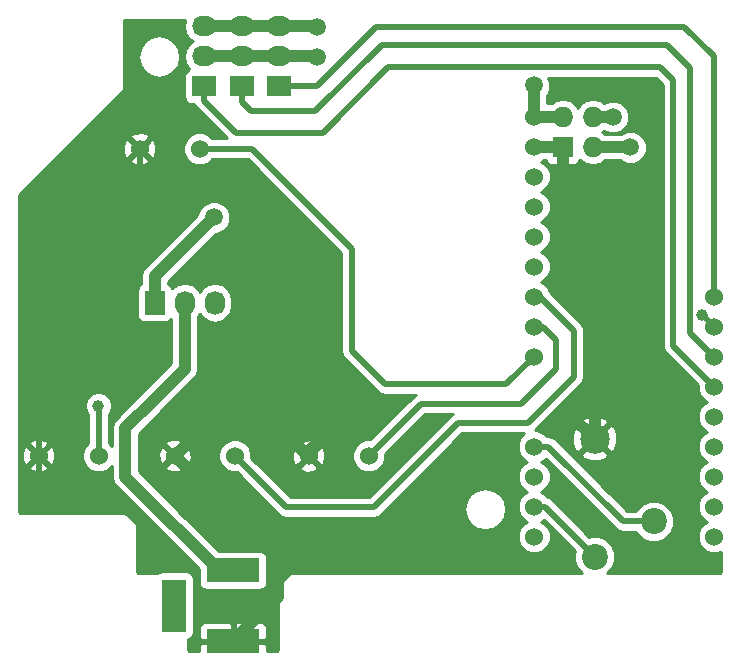
<source format=gbr>
G04 #@! TF.FileFunction,Copper,L2,Bot,Signal*
%FSLAX46Y46*%
G04 Gerber Fmt 4.6, Leading zero omitted, Abs format (unit mm)*
G04 Created by KiCad (PCBNEW (after 2015-may-01 BZR unknown)-product) date 2015/07/02 23:44:59*
%MOMM*%
G01*
G04 APERTURE LIST*
%ADD10C,0.100000*%
%ADD11C,1.524000*%
%ADD12R,1.727200X1.727200*%
%ADD13O,1.727200X1.727200*%
%ADD14R,2.000000X4.500000*%
%ADD15R,4.500000X2.000000*%
%ADD16R,1.727200X2.032000*%
%ADD17O,1.727200X2.032000*%
%ADD18C,2.200000*%
%ADD19C,2.500000*%
%ADD20R,2.032000X1.727200*%
%ADD21O,2.032000X1.727200*%
%ADD22C,1.000000*%
%ADD23C,1.500000*%
%ADD24C,0.500000*%
%ADD25C,1.000000*%
%ADD26C,0.254000*%
G04 APERTURE END LIST*
D10*
D11*
X140881100Y-89763600D03*
X140881100Y-92303600D03*
X140881100Y-94843600D03*
X140881100Y-97383600D03*
X140881100Y-99923600D03*
X140881100Y-102463600D03*
X140881100Y-125323600D03*
X140881100Y-122783600D03*
X140881100Y-120243600D03*
X140881100Y-117703600D03*
X140881100Y-110083600D03*
X140881100Y-107543600D03*
X140881100Y-105003600D03*
X156121100Y-105003600D03*
X156121100Y-107543600D03*
X156121100Y-110083600D03*
X156121100Y-112623600D03*
X156121100Y-115163600D03*
X156121100Y-117703600D03*
X156121100Y-120243600D03*
X156121100Y-122783600D03*
X156121100Y-125323600D03*
D12*
X143319500Y-92329000D03*
D13*
X143319500Y-89789000D03*
X145859500Y-92329000D03*
X145859500Y-89789000D03*
D14*
X110419740Y-131154320D03*
D15*
X115394740Y-134179320D03*
X115394740Y-128179320D03*
D16*
X108770420Y-105521760D03*
D17*
X111310420Y-105521760D03*
X113850420Y-105521760D03*
D18*
X151001100Y-124014100D03*
X146001100Y-127014100D03*
D19*
X146001100Y-117014100D03*
D20*
X119316500Y-87198200D03*
D21*
X119316500Y-84658200D03*
X119316500Y-82118200D03*
D20*
X116116100Y-87185500D03*
D21*
X116116100Y-84645500D03*
X116116100Y-82105500D03*
D20*
X112928400Y-87198200D03*
D21*
X112928400Y-84658200D03*
X112928400Y-82118200D03*
D11*
X98933000Y-118478300D03*
X104013000Y-118478300D03*
X110477300Y-118478300D03*
X115557300Y-118478300D03*
X121805700Y-118491000D03*
X126885700Y-118491000D03*
X107480100Y-92494100D03*
X112560100Y-92494100D03*
D22*
X108839000Y-120015000D03*
X105473500Y-121551700D03*
D23*
X143840200Y-114947700D03*
X125920500Y-113957100D03*
X113766600Y-98298000D03*
X140855700Y-87109300D03*
X122529600Y-82143600D03*
X149047200Y-92367100D03*
X122491500Y-84721700D03*
X147561300Y-89789000D03*
D22*
X155130500Y-106514900D03*
X103987600Y-114223800D03*
D24*
X98933000Y-118478300D02*
X98933000Y-120218200D01*
X108839000Y-120015000D02*
X110439200Y-118478300D01*
X100266500Y-121551700D02*
X105473500Y-121551700D01*
X98933000Y-120218200D02*
X100266500Y-121551700D01*
X110477300Y-118478300D02*
X110439200Y-118478300D01*
X110477300Y-118478300D02*
X110515400Y-118478300D01*
D25*
X110515400Y-118478300D02*
X119164100Y-127127000D01*
X119164100Y-127127000D02*
X119164100Y-130409960D01*
X119164100Y-130409960D02*
X115394740Y-134179320D01*
D24*
X121805700Y-118491000D02*
X121767600Y-118491000D01*
D25*
X121767600Y-118491000D02*
X119214900Y-115938300D01*
X119214900Y-115938300D02*
X113017300Y-115938300D01*
X113017300Y-115938300D02*
X110477300Y-118478300D01*
D24*
X98945700Y-118478300D02*
X98933000Y-118478300D01*
X107480100Y-92494100D02*
X107480100Y-98044000D01*
X98933000Y-106591100D02*
X98933000Y-118478300D01*
X107480100Y-98044000D02*
X98933000Y-106591100D01*
D25*
X143319500Y-92329000D02*
X143319500Y-99364800D01*
X143319500Y-99364800D02*
X146001100Y-102046400D01*
X146001100Y-102046400D02*
X146001100Y-117014100D01*
X143840200Y-114960400D02*
X146001100Y-117045100D01*
X121805700Y-118071900D02*
X125920500Y-113957100D01*
D24*
X146001100Y-117014100D02*
X146001100Y-117045100D01*
X121805700Y-118071900D02*
X121805700Y-118491000D01*
X143294100Y-92303600D02*
X143319500Y-92329000D01*
D25*
X111310420Y-105521760D02*
X111310420Y-111117380D01*
X108770420Y-113657380D02*
X106273600Y-116154200D01*
X106273600Y-116154200D02*
X106273600Y-120239280D01*
X106273600Y-120239280D02*
X114721640Y-128687320D01*
X111310420Y-111117380D02*
X108770420Y-113657380D01*
X108770420Y-103294180D02*
X111310420Y-100754180D01*
X108770420Y-103294180D02*
X108770420Y-105521760D01*
X111310420Y-100754180D02*
X113766600Y-98298000D01*
X140881100Y-89763600D02*
X140855700Y-87109300D01*
X140881100Y-89763600D02*
X143294100Y-89763600D01*
D24*
X143294100Y-89763600D02*
X143319500Y-89789000D01*
X140881100Y-117703600D02*
X142100300Y-117703600D01*
X148410800Y-124014100D02*
X151001100Y-124014100D01*
X142100300Y-117703600D02*
X148410800Y-124014100D01*
X140881100Y-122783600D02*
X141770600Y-122783600D01*
X141770600Y-122783600D02*
X146001100Y-127014100D01*
D25*
X140881100Y-92303600D02*
X143294100Y-92303600D01*
D24*
X119316500Y-87198200D02*
X122478800Y-87198200D01*
X156121100Y-84658200D02*
X156121100Y-105003600D01*
X153606500Y-82143600D02*
X156121100Y-84658200D01*
X127533400Y-82143600D02*
X153606500Y-82143600D01*
X122478800Y-87198200D02*
X127533400Y-82143600D01*
X116116100Y-87185500D02*
X116116100Y-88544400D01*
X154101800Y-108064300D02*
X156121100Y-110083600D01*
X154101800Y-85623400D02*
X154101800Y-108064300D01*
X152133300Y-83654900D02*
X154101800Y-85623400D01*
X127977900Y-83654900D02*
X152133300Y-83654900D01*
X122313700Y-89319100D02*
X127977900Y-83654900D01*
X116890800Y-89319100D02*
X122313700Y-89319100D01*
X116116100Y-88544400D02*
X116890800Y-89319100D01*
X112928400Y-87198200D02*
X112928400Y-88430100D01*
X152666700Y-109169200D02*
X156121100Y-112623600D01*
X152666700Y-86690200D02*
X152666700Y-109169200D01*
X151549100Y-85572600D02*
X152666700Y-86690200D01*
X128549400Y-85572600D02*
X151549100Y-85572600D01*
X123012200Y-91109800D02*
X128549400Y-85572600D01*
X115608100Y-91109800D02*
X123012200Y-91109800D01*
X112928400Y-88430100D02*
X115608100Y-91109800D01*
D25*
X119316500Y-82118200D02*
X122504200Y-82118200D01*
X122504200Y-82118200D02*
X122529600Y-82143600D01*
X149047200Y-92367100D02*
X149009100Y-92329000D01*
X149009100Y-92329000D02*
X145859500Y-92329000D01*
X112928400Y-82118200D02*
X119316500Y-82118200D01*
X119316500Y-84658200D02*
X122428000Y-84658200D01*
X122428000Y-84658200D02*
X122491500Y-84721700D01*
X147561300Y-89789000D02*
X145859500Y-89789000D01*
X112928400Y-84658200D02*
X119316500Y-84658200D01*
D24*
X156121100Y-107543600D02*
X156121100Y-107505500D01*
X156121100Y-107505500D02*
X155130500Y-106514900D01*
X104013000Y-114249200D02*
X104013000Y-118478300D01*
X103987600Y-114223800D02*
X104013000Y-114249200D01*
X140881100Y-105003600D02*
X141376400Y-105003600D01*
X141376400Y-105003600D02*
X144246600Y-107873800D01*
X144246600Y-107873800D02*
X144246600Y-111785400D01*
X144246600Y-111785400D02*
X140347700Y-115684300D01*
X140347700Y-115684300D02*
X134454900Y-115684300D01*
X134454900Y-115684300D02*
X127304800Y-122834400D01*
X127304800Y-122834400D02*
X119913400Y-122834400D01*
X119913400Y-122834400D02*
X115557300Y-118478300D01*
X140881100Y-107543600D02*
X141605000Y-107543600D01*
X141605000Y-107543600D02*
X142722600Y-108661200D01*
X142722600Y-108661200D02*
X142722600Y-111099600D01*
X142722600Y-111099600D02*
X139750800Y-114071400D01*
X139750800Y-114071400D02*
X131305300Y-114071400D01*
X131305300Y-114071400D02*
X126885700Y-118491000D01*
X112560100Y-92494100D02*
X116992400Y-92494100D01*
X138531600Y-112433100D02*
X140881100Y-110083600D01*
X128282700Y-112433100D02*
X138531600Y-112433100D01*
X125463300Y-109613700D02*
X128282700Y-112433100D01*
X125463300Y-100965000D02*
X125463300Y-109613700D01*
X116992400Y-92494100D02*
X125463300Y-100965000D01*
D26*
G36*
X144974388Y-128441400D02*
X138545700Y-128441400D01*
X138545700Y-122996400D01*
X138409825Y-122313310D01*
X138022886Y-121734214D01*
X137443790Y-121347275D01*
X136760700Y-121211400D01*
X136077610Y-121347275D01*
X135498514Y-121734214D01*
X135111575Y-122313310D01*
X134975700Y-122996400D01*
X135111575Y-123679490D01*
X135498514Y-124258586D01*
X136077610Y-124645525D01*
X136760700Y-124781400D01*
X137443790Y-124645525D01*
X138022886Y-124258586D01*
X138409825Y-123679490D01*
X138545700Y-122996400D01*
X138545700Y-128441400D01*
X120410700Y-128441400D01*
X120148562Y-128493543D01*
X119926332Y-128642032D01*
X119426332Y-129142032D01*
X119277843Y-129364262D01*
X119225700Y-129626400D01*
X119225700Y-134912664D01*
X119126964Y-135011400D01*
X118292180Y-135011400D01*
X118292180Y-129179320D01*
X118292180Y-127179320D01*
X118245203Y-126937197D01*
X118105413Y-126724393D01*
X117894380Y-126581943D01*
X117644740Y-126531880D01*
X114171332Y-126531880D01*
X111886444Y-124246992D01*
X111886444Y-118685998D01*
X111858662Y-118130932D01*
X111699697Y-117747157D01*
X111457513Y-117677692D01*
X111277908Y-117857297D01*
X111277908Y-117498087D01*
X111208443Y-117255903D01*
X110684998Y-117069156D01*
X110129932Y-117096938D01*
X109746157Y-117255903D01*
X109676692Y-117498087D01*
X110477300Y-118298695D01*
X111277908Y-117498087D01*
X111277908Y-117857297D01*
X110656905Y-118478300D01*
X111457513Y-119278908D01*
X111699697Y-119209443D01*
X111886444Y-118685998D01*
X111886444Y-124246992D01*
X111277908Y-123638456D01*
X111277908Y-119458513D01*
X110477300Y-118657905D01*
X110297695Y-118837510D01*
X110297695Y-118478300D01*
X109497087Y-117677692D01*
X109254903Y-117747157D01*
X109068156Y-118270602D01*
X109095938Y-118825668D01*
X109254903Y-119209443D01*
X109497087Y-119278908D01*
X110297695Y-118478300D01*
X110297695Y-118837510D01*
X109676692Y-119458513D01*
X109746157Y-119700697D01*
X110269602Y-119887444D01*
X110824668Y-119859662D01*
X111208443Y-119700697D01*
X111277908Y-119458513D01*
X111277908Y-123638456D01*
X107408600Y-119769148D01*
X107408600Y-116624332D01*
X109572986Y-114459946D01*
X112112986Y-111919947D01*
X112112986Y-111919946D01*
X112359023Y-111551726D01*
X112445419Y-111117380D01*
X112445420Y-111117380D01*
X112445420Y-106653435D01*
X112580420Y-106451394D01*
X112790750Y-106766175D01*
X113276931Y-107091031D01*
X113850420Y-107205105D01*
X114423909Y-107091031D01*
X114910090Y-106766175D01*
X115234946Y-106279994D01*
X115349020Y-105706505D01*
X115349020Y-105337015D01*
X115234946Y-104763526D01*
X114910090Y-104277345D01*
X114423909Y-103952489D01*
X113850420Y-103838415D01*
X113276931Y-103952489D01*
X112790750Y-104277345D01*
X112580420Y-104592125D01*
X112370090Y-104277345D01*
X111883909Y-103952489D01*
X111310420Y-103838415D01*
X110736931Y-103952489D01*
X110250750Y-104277345D01*
X110240204Y-104293127D01*
X110234483Y-104263637D01*
X110094693Y-104050833D01*
X109905420Y-103923071D01*
X109905420Y-103764312D01*
X112112986Y-101556747D01*
X112112986Y-101556746D01*
X112112988Y-101556743D01*
X113986539Y-99683192D01*
X114040885Y-99683240D01*
X114550115Y-99472831D01*
X114940061Y-99083564D01*
X115151359Y-98574702D01*
X115151840Y-98023715D01*
X114941431Y-97514485D01*
X114552164Y-97124539D01*
X114043302Y-96913241D01*
X113492315Y-96912760D01*
X112983085Y-97123169D01*
X112593139Y-97512436D01*
X112381841Y-98021298D01*
X112381791Y-98077676D01*
X110925700Y-99533767D01*
X110925700Y-84676400D01*
X110789825Y-83993310D01*
X110402886Y-83414214D01*
X109823790Y-83027275D01*
X109140700Y-82891400D01*
X108457610Y-83027275D01*
X107878514Y-83414214D01*
X107491575Y-83993310D01*
X107355700Y-84676400D01*
X107491575Y-85359490D01*
X107878514Y-85938586D01*
X108457610Y-86325525D01*
X109140700Y-86461400D01*
X109823790Y-86325525D01*
X110402886Y-85938586D01*
X110789825Y-85359490D01*
X110925700Y-84676400D01*
X110925700Y-99533767D01*
X110507856Y-99951611D01*
X110507853Y-99951614D01*
X108889244Y-101570223D01*
X108889244Y-92701798D01*
X108861462Y-92146732D01*
X108702497Y-91762957D01*
X108460313Y-91693492D01*
X108280708Y-91873097D01*
X108280708Y-91513887D01*
X108211243Y-91271703D01*
X107687798Y-91084956D01*
X107132732Y-91112738D01*
X106748957Y-91271703D01*
X106679492Y-91513887D01*
X107480100Y-92314495D01*
X108280708Y-91513887D01*
X108280708Y-91873097D01*
X107659705Y-92494100D01*
X108460313Y-93294708D01*
X108702497Y-93225243D01*
X108889244Y-92701798D01*
X108889244Y-101570223D01*
X108280708Y-102178759D01*
X108280708Y-93474313D01*
X107480100Y-92673705D01*
X107300495Y-92853310D01*
X107300495Y-92494100D01*
X106499887Y-91693492D01*
X106257703Y-91762957D01*
X106070956Y-92286402D01*
X106098738Y-92841468D01*
X106257703Y-93225243D01*
X106499887Y-93294708D01*
X107300495Y-92494100D01*
X107300495Y-92853310D01*
X106679492Y-93474313D01*
X106748957Y-93716497D01*
X107272402Y-93903244D01*
X107827468Y-93875462D01*
X108211243Y-93716497D01*
X108280708Y-93474313D01*
X108280708Y-102178759D01*
X107967854Y-102491614D01*
X107721817Y-102859834D01*
X107635420Y-103294180D01*
X107635420Y-103924528D01*
X107451893Y-104045087D01*
X107309443Y-104256120D01*
X107259380Y-104505760D01*
X107259380Y-106537760D01*
X107306357Y-106779883D01*
X107446147Y-106992687D01*
X107657180Y-107135137D01*
X107906820Y-107185200D01*
X109634020Y-107185200D01*
X109876143Y-107138223D01*
X110088947Y-106998433D01*
X110175420Y-106870327D01*
X110175420Y-110647247D01*
X107967854Y-112854814D01*
X105471034Y-115351634D01*
X105224997Y-115719854D01*
X105138600Y-116154200D01*
X105138600Y-117628483D01*
X104898000Y-117387462D01*
X104898000Y-114918720D01*
X104949245Y-114867565D01*
X105122403Y-114450556D01*
X105122797Y-113999025D01*
X104950367Y-113581714D01*
X104631365Y-113262155D01*
X104214356Y-113088997D01*
X103762825Y-113088603D01*
X103345514Y-113261033D01*
X103025955Y-113580035D01*
X102852797Y-113997044D01*
X102852403Y-114448575D01*
X103024833Y-114865886D01*
X103128000Y-114969233D01*
X103128000Y-117387821D01*
X102829371Y-117685930D01*
X102616243Y-118199200D01*
X102615758Y-118754961D01*
X102827990Y-119268603D01*
X103220630Y-119661929D01*
X103733900Y-119875057D01*
X104289661Y-119875542D01*
X104803303Y-119663310D01*
X105138600Y-119328597D01*
X105138600Y-120239280D01*
X105224997Y-120673626D01*
X105471034Y-121041846D01*
X112497300Y-128068112D01*
X112497300Y-129179320D01*
X112544277Y-129421443D01*
X112684067Y-129634247D01*
X112895100Y-129776697D01*
X113144740Y-129826760D01*
X117644740Y-129826760D01*
X117886863Y-129779783D01*
X118099667Y-129639993D01*
X118242117Y-129428960D01*
X118292180Y-129179320D01*
X118292180Y-135011400D01*
X118279740Y-135011400D01*
X118279740Y-134465070D01*
X118279740Y-133893570D01*
X118279740Y-133053011D01*
X118183067Y-132819622D01*
X118004439Y-132640993D01*
X117771050Y-132544320D01*
X117518431Y-132544320D01*
X115680490Y-132544320D01*
X115521740Y-132703070D01*
X115521740Y-134052320D01*
X118120990Y-134052320D01*
X118279740Y-133893570D01*
X118279740Y-134465070D01*
X118120990Y-134306320D01*
X115521740Y-134306320D01*
X115521740Y-134326320D01*
X115267740Y-134326320D01*
X115267740Y-134306320D01*
X115267740Y-134052320D01*
X115267740Y-132703070D01*
X115108990Y-132544320D01*
X113271049Y-132544320D01*
X113018430Y-132544320D01*
X112785041Y-132640993D01*
X112606413Y-132819622D01*
X112509740Y-133053011D01*
X112509740Y-133893570D01*
X112668490Y-134052320D01*
X115267740Y-134052320D01*
X115267740Y-134306320D01*
X112668490Y-134306320D01*
X112509740Y-134465070D01*
X112509740Y-135011400D01*
X111694436Y-135011400D01*
X111595700Y-134912664D01*
X111595700Y-134017620D01*
X111661863Y-134004783D01*
X111874667Y-133864993D01*
X112017117Y-133653960D01*
X112067180Y-133404320D01*
X112067180Y-128904320D01*
X112020203Y-128662197D01*
X111880413Y-128449393D01*
X111669380Y-128306943D01*
X111419740Y-128256880D01*
X109419740Y-128256880D01*
X109177617Y-128303857D01*
X108968233Y-128441400D01*
X107384436Y-128441400D01*
X107285700Y-128342664D01*
X107285700Y-124546400D01*
X107233557Y-124284262D01*
X107085068Y-124062032D01*
X106585068Y-123562032D01*
X106362838Y-123413543D01*
X106100700Y-123361400D01*
X100342144Y-123361400D01*
X100342144Y-118685998D01*
X100314362Y-118130932D01*
X100155397Y-117747157D01*
X99913213Y-117677692D01*
X99733608Y-117857297D01*
X99733608Y-117498087D01*
X99664143Y-117255903D01*
X99140698Y-117069156D01*
X98585632Y-117096938D01*
X98201857Y-117255903D01*
X98132392Y-117498087D01*
X98933000Y-118298695D01*
X99733608Y-117498087D01*
X99733608Y-117857297D01*
X99112605Y-118478300D01*
X99913213Y-119278908D01*
X100155397Y-119209443D01*
X100342144Y-118685998D01*
X100342144Y-123361400D01*
X99733608Y-123361400D01*
X99733608Y-119458513D01*
X98933000Y-118657905D01*
X98753395Y-118837510D01*
X98753395Y-118478300D01*
X97952787Y-117677692D01*
X97710603Y-117747157D01*
X97523856Y-118270602D01*
X97551638Y-118825668D01*
X97710603Y-119209443D01*
X97952787Y-119278908D01*
X98753395Y-118478300D01*
X98753395Y-118837510D01*
X98132392Y-119458513D01*
X98201857Y-119700697D01*
X98725302Y-119887444D01*
X99280368Y-119859662D01*
X99664143Y-119700697D01*
X99733608Y-119458513D01*
X99733608Y-123361400D01*
X97384436Y-123361400D01*
X97285700Y-123262664D01*
X97285700Y-96390136D01*
X105975068Y-87700768D01*
X106123557Y-87478538D01*
X106175700Y-87216400D01*
X106175700Y-81550980D01*
X111357882Y-81550980D01*
X111245055Y-82118200D01*
X111359129Y-82691689D01*
X111683985Y-83177870D01*
X111998765Y-83388200D01*
X111683985Y-83598530D01*
X111359129Y-84084711D01*
X111245055Y-84658200D01*
X111359129Y-85231689D01*
X111683985Y-85717870D01*
X111699767Y-85728415D01*
X111670277Y-85734137D01*
X111457473Y-85873927D01*
X111315023Y-86084960D01*
X111264960Y-86334600D01*
X111264960Y-88061800D01*
X111311937Y-88303923D01*
X111451727Y-88516727D01*
X111662760Y-88659177D01*
X111912400Y-88709240D01*
X112098924Y-88709240D01*
X112099589Y-88712584D01*
X112110767Y-88768775D01*
X112302610Y-89055890D01*
X114855820Y-91609100D01*
X113650578Y-91609100D01*
X113352470Y-91310471D01*
X112839200Y-91097343D01*
X112283439Y-91096858D01*
X111769797Y-91309090D01*
X111376471Y-91701730D01*
X111163343Y-92215000D01*
X111162858Y-92770761D01*
X111375090Y-93284403D01*
X111767730Y-93677729D01*
X112281000Y-93890857D01*
X112836761Y-93891342D01*
X113350403Y-93679110D01*
X113650937Y-93379100D01*
X116625820Y-93379100D01*
X124578300Y-101331579D01*
X124578300Y-109613694D01*
X124578299Y-109613700D01*
X124634489Y-109896184D01*
X124645667Y-109952375D01*
X124837510Y-110239490D01*
X127656907Y-113058886D01*
X127656910Y-113058890D01*
X127656911Y-113058890D01*
X127944025Y-113250733D01*
X127944026Y-113250733D01*
X128000215Y-113261910D01*
X128282700Y-113318101D01*
X128282700Y-113318100D01*
X128282705Y-113318100D01*
X130870343Y-113318100D01*
X130679510Y-113445610D01*
X130679507Y-113445613D01*
X127030993Y-117094126D01*
X126609039Y-117093758D01*
X126095397Y-117305990D01*
X125702071Y-117698630D01*
X125488943Y-118211900D01*
X125488458Y-118767661D01*
X125700690Y-119281303D01*
X126093330Y-119674629D01*
X126606600Y-119887757D01*
X127162361Y-119888242D01*
X127676003Y-119676010D01*
X128069329Y-119283370D01*
X128282457Y-118770100D01*
X128282827Y-118345452D01*
X131671879Y-114956400D01*
X133981929Y-114956400D01*
X133829110Y-115058510D01*
X133829107Y-115058513D01*
X126938220Y-121949400D01*
X123214844Y-121949400D01*
X123214844Y-118698698D01*
X123187062Y-118143632D01*
X123028097Y-117759857D01*
X122785913Y-117690392D01*
X122606308Y-117869997D01*
X122606308Y-117510787D01*
X122536843Y-117268603D01*
X122013398Y-117081856D01*
X121458332Y-117109638D01*
X121074557Y-117268603D01*
X121005092Y-117510787D01*
X121805700Y-118311395D01*
X122606308Y-117510787D01*
X122606308Y-117869997D01*
X121985305Y-118491000D01*
X122785913Y-119291608D01*
X123028097Y-119222143D01*
X123214844Y-118698698D01*
X123214844Y-121949400D01*
X122606308Y-121949400D01*
X122606308Y-119471213D01*
X121805700Y-118670605D01*
X121626095Y-118850210D01*
X121626095Y-118491000D01*
X120825487Y-117690392D01*
X120583303Y-117759857D01*
X120396556Y-118283302D01*
X120424338Y-118838368D01*
X120583303Y-119222143D01*
X120825487Y-119291608D01*
X121626095Y-118491000D01*
X121626095Y-118850210D01*
X121005092Y-119471213D01*
X121074557Y-119713397D01*
X121598002Y-119900144D01*
X122153068Y-119872362D01*
X122536843Y-119713397D01*
X122606308Y-119471213D01*
X122606308Y-121949400D01*
X120279979Y-121949400D01*
X116954173Y-118623593D01*
X116954542Y-118201639D01*
X116742310Y-117687997D01*
X116349670Y-117294671D01*
X115836400Y-117081543D01*
X115280639Y-117081058D01*
X114766997Y-117293290D01*
X114373671Y-117685930D01*
X114160543Y-118199200D01*
X114160058Y-118754961D01*
X114372290Y-119268603D01*
X114764930Y-119661929D01*
X115278200Y-119875057D01*
X115702847Y-119875427D01*
X119287607Y-123460186D01*
X119287610Y-123460190D01*
X119287611Y-123460190D01*
X119574725Y-123652033D01*
X119574726Y-123652033D01*
X119630915Y-123663210D01*
X119913400Y-123719401D01*
X119913400Y-123719400D01*
X119913405Y-123719400D01*
X127304794Y-123719400D01*
X127304800Y-123719401D01*
X127304800Y-123719400D01*
X127587284Y-123663210D01*
X127643474Y-123652033D01*
X127643475Y-123652033D01*
X127930590Y-123460190D01*
X134821479Y-116569300D01*
X140039998Y-116569300D01*
X139697471Y-116911230D01*
X139484343Y-117424500D01*
X139483858Y-117980261D01*
X139696090Y-118493903D01*
X140088730Y-118887229D01*
X140296612Y-118973549D01*
X140090797Y-119058590D01*
X139697471Y-119451230D01*
X139484343Y-119964500D01*
X139483858Y-120520261D01*
X139696090Y-121033903D01*
X140088730Y-121427229D01*
X140296612Y-121513549D01*
X140090797Y-121598590D01*
X139697471Y-121991230D01*
X139484343Y-122504500D01*
X139483858Y-123060261D01*
X139696090Y-123573903D01*
X140088730Y-123967229D01*
X140296612Y-124053549D01*
X140090797Y-124138590D01*
X139697471Y-124531230D01*
X139484343Y-125044500D01*
X139483858Y-125600261D01*
X139696090Y-126113903D01*
X140088730Y-126507229D01*
X140602000Y-126720357D01*
X141157761Y-126720842D01*
X141671403Y-126508610D01*
X142064729Y-126115970D01*
X142277857Y-125602700D01*
X142278342Y-125046939D01*
X142066110Y-124533297D01*
X141673470Y-124139971D01*
X141465587Y-124053650D01*
X141671403Y-123968610D01*
X141687730Y-123952310D01*
X144306448Y-126571027D01*
X144266401Y-126667473D01*
X144265799Y-127357699D01*
X144529381Y-127995615D01*
X144974388Y-128441400D01*
X144974388Y-128441400D01*
G37*
X144974388Y-128441400D02*
X138545700Y-128441400D01*
X138545700Y-122996400D01*
X138409825Y-122313310D01*
X138022886Y-121734214D01*
X137443790Y-121347275D01*
X136760700Y-121211400D01*
X136077610Y-121347275D01*
X135498514Y-121734214D01*
X135111575Y-122313310D01*
X134975700Y-122996400D01*
X135111575Y-123679490D01*
X135498514Y-124258586D01*
X136077610Y-124645525D01*
X136760700Y-124781400D01*
X137443790Y-124645525D01*
X138022886Y-124258586D01*
X138409825Y-123679490D01*
X138545700Y-122996400D01*
X138545700Y-128441400D01*
X120410700Y-128441400D01*
X120148562Y-128493543D01*
X119926332Y-128642032D01*
X119426332Y-129142032D01*
X119277843Y-129364262D01*
X119225700Y-129626400D01*
X119225700Y-134912664D01*
X119126964Y-135011400D01*
X118292180Y-135011400D01*
X118292180Y-129179320D01*
X118292180Y-127179320D01*
X118245203Y-126937197D01*
X118105413Y-126724393D01*
X117894380Y-126581943D01*
X117644740Y-126531880D01*
X114171332Y-126531880D01*
X111886444Y-124246992D01*
X111886444Y-118685998D01*
X111858662Y-118130932D01*
X111699697Y-117747157D01*
X111457513Y-117677692D01*
X111277908Y-117857297D01*
X111277908Y-117498087D01*
X111208443Y-117255903D01*
X110684998Y-117069156D01*
X110129932Y-117096938D01*
X109746157Y-117255903D01*
X109676692Y-117498087D01*
X110477300Y-118298695D01*
X111277908Y-117498087D01*
X111277908Y-117857297D01*
X110656905Y-118478300D01*
X111457513Y-119278908D01*
X111699697Y-119209443D01*
X111886444Y-118685998D01*
X111886444Y-124246992D01*
X111277908Y-123638456D01*
X111277908Y-119458513D01*
X110477300Y-118657905D01*
X110297695Y-118837510D01*
X110297695Y-118478300D01*
X109497087Y-117677692D01*
X109254903Y-117747157D01*
X109068156Y-118270602D01*
X109095938Y-118825668D01*
X109254903Y-119209443D01*
X109497087Y-119278908D01*
X110297695Y-118478300D01*
X110297695Y-118837510D01*
X109676692Y-119458513D01*
X109746157Y-119700697D01*
X110269602Y-119887444D01*
X110824668Y-119859662D01*
X111208443Y-119700697D01*
X111277908Y-119458513D01*
X111277908Y-123638456D01*
X107408600Y-119769148D01*
X107408600Y-116624332D01*
X109572986Y-114459946D01*
X112112986Y-111919947D01*
X112112986Y-111919946D01*
X112359023Y-111551726D01*
X112445419Y-111117380D01*
X112445420Y-111117380D01*
X112445420Y-106653435D01*
X112580420Y-106451394D01*
X112790750Y-106766175D01*
X113276931Y-107091031D01*
X113850420Y-107205105D01*
X114423909Y-107091031D01*
X114910090Y-106766175D01*
X115234946Y-106279994D01*
X115349020Y-105706505D01*
X115349020Y-105337015D01*
X115234946Y-104763526D01*
X114910090Y-104277345D01*
X114423909Y-103952489D01*
X113850420Y-103838415D01*
X113276931Y-103952489D01*
X112790750Y-104277345D01*
X112580420Y-104592125D01*
X112370090Y-104277345D01*
X111883909Y-103952489D01*
X111310420Y-103838415D01*
X110736931Y-103952489D01*
X110250750Y-104277345D01*
X110240204Y-104293127D01*
X110234483Y-104263637D01*
X110094693Y-104050833D01*
X109905420Y-103923071D01*
X109905420Y-103764312D01*
X112112986Y-101556747D01*
X112112986Y-101556746D01*
X112112988Y-101556743D01*
X113986539Y-99683192D01*
X114040885Y-99683240D01*
X114550115Y-99472831D01*
X114940061Y-99083564D01*
X115151359Y-98574702D01*
X115151840Y-98023715D01*
X114941431Y-97514485D01*
X114552164Y-97124539D01*
X114043302Y-96913241D01*
X113492315Y-96912760D01*
X112983085Y-97123169D01*
X112593139Y-97512436D01*
X112381841Y-98021298D01*
X112381791Y-98077676D01*
X110925700Y-99533767D01*
X110925700Y-84676400D01*
X110789825Y-83993310D01*
X110402886Y-83414214D01*
X109823790Y-83027275D01*
X109140700Y-82891400D01*
X108457610Y-83027275D01*
X107878514Y-83414214D01*
X107491575Y-83993310D01*
X107355700Y-84676400D01*
X107491575Y-85359490D01*
X107878514Y-85938586D01*
X108457610Y-86325525D01*
X109140700Y-86461400D01*
X109823790Y-86325525D01*
X110402886Y-85938586D01*
X110789825Y-85359490D01*
X110925700Y-84676400D01*
X110925700Y-99533767D01*
X110507856Y-99951611D01*
X110507853Y-99951614D01*
X108889244Y-101570223D01*
X108889244Y-92701798D01*
X108861462Y-92146732D01*
X108702497Y-91762957D01*
X108460313Y-91693492D01*
X108280708Y-91873097D01*
X108280708Y-91513887D01*
X108211243Y-91271703D01*
X107687798Y-91084956D01*
X107132732Y-91112738D01*
X106748957Y-91271703D01*
X106679492Y-91513887D01*
X107480100Y-92314495D01*
X108280708Y-91513887D01*
X108280708Y-91873097D01*
X107659705Y-92494100D01*
X108460313Y-93294708D01*
X108702497Y-93225243D01*
X108889244Y-92701798D01*
X108889244Y-101570223D01*
X108280708Y-102178759D01*
X108280708Y-93474313D01*
X107480100Y-92673705D01*
X107300495Y-92853310D01*
X107300495Y-92494100D01*
X106499887Y-91693492D01*
X106257703Y-91762957D01*
X106070956Y-92286402D01*
X106098738Y-92841468D01*
X106257703Y-93225243D01*
X106499887Y-93294708D01*
X107300495Y-92494100D01*
X107300495Y-92853310D01*
X106679492Y-93474313D01*
X106748957Y-93716497D01*
X107272402Y-93903244D01*
X107827468Y-93875462D01*
X108211243Y-93716497D01*
X108280708Y-93474313D01*
X108280708Y-102178759D01*
X107967854Y-102491614D01*
X107721817Y-102859834D01*
X107635420Y-103294180D01*
X107635420Y-103924528D01*
X107451893Y-104045087D01*
X107309443Y-104256120D01*
X107259380Y-104505760D01*
X107259380Y-106537760D01*
X107306357Y-106779883D01*
X107446147Y-106992687D01*
X107657180Y-107135137D01*
X107906820Y-107185200D01*
X109634020Y-107185200D01*
X109876143Y-107138223D01*
X110088947Y-106998433D01*
X110175420Y-106870327D01*
X110175420Y-110647247D01*
X107967854Y-112854814D01*
X105471034Y-115351634D01*
X105224997Y-115719854D01*
X105138600Y-116154200D01*
X105138600Y-117628483D01*
X104898000Y-117387462D01*
X104898000Y-114918720D01*
X104949245Y-114867565D01*
X105122403Y-114450556D01*
X105122797Y-113999025D01*
X104950367Y-113581714D01*
X104631365Y-113262155D01*
X104214356Y-113088997D01*
X103762825Y-113088603D01*
X103345514Y-113261033D01*
X103025955Y-113580035D01*
X102852797Y-113997044D01*
X102852403Y-114448575D01*
X103024833Y-114865886D01*
X103128000Y-114969233D01*
X103128000Y-117387821D01*
X102829371Y-117685930D01*
X102616243Y-118199200D01*
X102615758Y-118754961D01*
X102827990Y-119268603D01*
X103220630Y-119661929D01*
X103733900Y-119875057D01*
X104289661Y-119875542D01*
X104803303Y-119663310D01*
X105138600Y-119328597D01*
X105138600Y-120239280D01*
X105224997Y-120673626D01*
X105471034Y-121041846D01*
X112497300Y-128068112D01*
X112497300Y-129179320D01*
X112544277Y-129421443D01*
X112684067Y-129634247D01*
X112895100Y-129776697D01*
X113144740Y-129826760D01*
X117644740Y-129826760D01*
X117886863Y-129779783D01*
X118099667Y-129639993D01*
X118242117Y-129428960D01*
X118292180Y-129179320D01*
X118292180Y-135011400D01*
X118279740Y-135011400D01*
X118279740Y-134465070D01*
X118279740Y-133893570D01*
X118279740Y-133053011D01*
X118183067Y-132819622D01*
X118004439Y-132640993D01*
X117771050Y-132544320D01*
X117518431Y-132544320D01*
X115680490Y-132544320D01*
X115521740Y-132703070D01*
X115521740Y-134052320D01*
X118120990Y-134052320D01*
X118279740Y-133893570D01*
X118279740Y-134465070D01*
X118120990Y-134306320D01*
X115521740Y-134306320D01*
X115521740Y-134326320D01*
X115267740Y-134326320D01*
X115267740Y-134306320D01*
X115267740Y-134052320D01*
X115267740Y-132703070D01*
X115108990Y-132544320D01*
X113271049Y-132544320D01*
X113018430Y-132544320D01*
X112785041Y-132640993D01*
X112606413Y-132819622D01*
X112509740Y-133053011D01*
X112509740Y-133893570D01*
X112668490Y-134052320D01*
X115267740Y-134052320D01*
X115267740Y-134306320D01*
X112668490Y-134306320D01*
X112509740Y-134465070D01*
X112509740Y-135011400D01*
X111694436Y-135011400D01*
X111595700Y-134912664D01*
X111595700Y-134017620D01*
X111661863Y-134004783D01*
X111874667Y-133864993D01*
X112017117Y-133653960D01*
X112067180Y-133404320D01*
X112067180Y-128904320D01*
X112020203Y-128662197D01*
X111880413Y-128449393D01*
X111669380Y-128306943D01*
X111419740Y-128256880D01*
X109419740Y-128256880D01*
X109177617Y-128303857D01*
X108968233Y-128441400D01*
X107384436Y-128441400D01*
X107285700Y-128342664D01*
X107285700Y-124546400D01*
X107233557Y-124284262D01*
X107085068Y-124062032D01*
X106585068Y-123562032D01*
X106362838Y-123413543D01*
X106100700Y-123361400D01*
X100342144Y-123361400D01*
X100342144Y-118685998D01*
X100314362Y-118130932D01*
X100155397Y-117747157D01*
X99913213Y-117677692D01*
X99733608Y-117857297D01*
X99733608Y-117498087D01*
X99664143Y-117255903D01*
X99140698Y-117069156D01*
X98585632Y-117096938D01*
X98201857Y-117255903D01*
X98132392Y-117498087D01*
X98933000Y-118298695D01*
X99733608Y-117498087D01*
X99733608Y-117857297D01*
X99112605Y-118478300D01*
X99913213Y-119278908D01*
X100155397Y-119209443D01*
X100342144Y-118685998D01*
X100342144Y-123361400D01*
X99733608Y-123361400D01*
X99733608Y-119458513D01*
X98933000Y-118657905D01*
X98753395Y-118837510D01*
X98753395Y-118478300D01*
X97952787Y-117677692D01*
X97710603Y-117747157D01*
X97523856Y-118270602D01*
X97551638Y-118825668D01*
X97710603Y-119209443D01*
X97952787Y-119278908D01*
X98753395Y-118478300D01*
X98753395Y-118837510D01*
X98132392Y-119458513D01*
X98201857Y-119700697D01*
X98725302Y-119887444D01*
X99280368Y-119859662D01*
X99664143Y-119700697D01*
X99733608Y-119458513D01*
X99733608Y-123361400D01*
X97384436Y-123361400D01*
X97285700Y-123262664D01*
X97285700Y-96390136D01*
X105975068Y-87700768D01*
X106123557Y-87478538D01*
X106175700Y-87216400D01*
X106175700Y-81550980D01*
X111357882Y-81550980D01*
X111245055Y-82118200D01*
X111359129Y-82691689D01*
X111683985Y-83177870D01*
X111998765Y-83388200D01*
X111683985Y-83598530D01*
X111359129Y-84084711D01*
X111245055Y-84658200D01*
X111359129Y-85231689D01*
X111683985Y-85717870D01*
X111699767Y-85728415D01*
X111670277Y-85734137D01*
X111457473Y-85873927D01*
X111315023Y-86084960D01*
X111264960Y-86334600D01*
X111264960Y-88061800D01*
X111311937Y-88303923D01*
X111451727Y-88516727D01*
X111662760Y-88659177D01*
X111912400Y-88709240D01*
X112098924Y-88709240D01*
X112099589Y-88712584D01*
X112110767Y-88768775D01*
X112302610Y-89055890D01*
X114855820Y-91609100D01*
X113650578Y-91609100D01*
X113352470Y-91310471D01*
X112839200Y-91097343D01*
X112283439Y-91096858D01*
X111769797Y-91309090D01*
X111376471Y-91701730D01*
X111163343Y-92215000D01*
X111162858Y-92770761D01*
X111375090Y-93284403D01*
X111767730Y-93677729D01*
X112281000Y-93890857D01*
X112836761Y-93891342D01*
X113350403Y-93679110D01*
X113650937Y-93379100D01*
X116625820Y-93379100D01*
X124578300Y-101331579D01*
X124578300Y-109613694D01*
X124578299Y-109613700D01*
X124634489Y-109896184D01*
X124645667Y-109952375D01*
X124837510Y-110239490D01*
X127656907Y-113058886D01*
X127656910Y-113058890D01*
X127656911Y-113058890D01*
X127944025Y-113250733D01*
X127944026Y-113250733D01*
X128000215Y-113261910D01*
X128282700Y-113318101D01*
X128282700Y-113318100D01*
X128282705Y-113318100D01*
X130870343Y-113318100D01*
X130679510Y-113445610D01*
X130679507Y-113445613D01*
X127030993Y-117094126D01*
X126609039Y-117093758D01*
X126095397Y-117305990D01*
X125702071Y-117698630D01*
X125488943Y-118211900D01*
X125488458Y-118767661D01*
X125700690Y-119281303D01*
X126093330Y-119674629D01*
X126606600Y-119887757D01*
X127162361Y-119888242D01*
X127676003Y-119676010D01*
X128069329Y-119283370D01*
X128282457Y-118770100D01*
X128282827Y-118345452D01*
X131671879Y-114956400D01*
X133981929Y-114956400D01*
X133829110Y-115058510D01*
X133829107Y-115058513D01*
X126938220Y-121949400D01*
X123214844Y-121949400D01*
X123214844Y-118698698D01*
X123187062Y-118143632D01*
X123028097Y-117759857D01*
X122785913Y-117690392D01*
X122606308Y-117869997D01*
X122606308Y-117510787D01*
X122536843Y-117268603D01*
X122013398Y-117081856D01*
X121458332Y-117109638D01*
X121074557Y-117268603D01*
X121005092Y-117510787D01*
X121805700Y-118311395D01*
X122606308Y-117510787D01*
X122606308Y-117869997D01*
X121985305Y-118491000D01*
X122785913Y-119291608D01*
X123028097Y-119222143D01*
X123214844Y-118698698D01*
X123214844Y-121949400D01*
X122606308Y-121949400D01*
X122606308Y-119471213D01*
X121805700Y-118670605D01*
X121626095Y-118850210D01*
X121626095Y-118491000D01*
X120825487Y-117690392D01*
X120583303Y-117759857D01*
X120396556Y-118283302D01*
X120424338Y-118838368D01*
X120583303Y-119222143D01*
X120825487Y-119291608D01*
X121626095Y-118491000D01*
X121626095Y-118850210D01*
X121005092Y-119471213D01*
X121074557Y-119713397D01*
X121598002Y-119900144D01*
X122153068Y-119872362D01*
X122536843Y-119713397D01*
X122606308Y-119471213D01*
X122606308Y-121949400D01*
X120279979Y-121949400D01*
X116954173Y-118623593D01*
X116954542Y-118201639D01*
X116742310Y-117687997D01*
X116349670Y-117294671D01*
X115836400Y-117081543D01*
X115280639Y-117081058D01*
X114766997Y-117293290D01*
X114373671Y-117685930D01*
X114160543Y-118199200D01*
X114160058Y-118754961D01*
X114372290Y-119268603D01*
X114764930Y-119661929D01*
X115278200Y-119875057D01*
X115702847Y-119875427D01*
X119287607Y-123460186D01*
X119287610Y-123460190D01*
X119287611Y-123460190D01*
X119574725Y-123652033D01*
X119574726Y-123652033D01*
X119630915Y-123663210D01*
X119913400Y-123719401D01*
X119913400Y-123719400D01*
X119913405Y-123719400D01*
X127304794Y-123719400D01*
X127304800Y-123719401D01*
X127304800Y-123719400D01*
X127587284Y-123663210D01*
X127643474Y-123652033D01*
X127643475Y-123652033D01*
X127930590Y-123460190D01*
X134821479Y-116569300D01*
X140039998Y-116569300D01*
X139697471Y-116911230D01*
X139484343Y-117424500D01*
X139483858Y-117980261D01*
X139696090Y-118493903D01*
X140088730Y-118887229D01*
X140296612Y-118973549D01*
X140090797Y-119058590D01*
X139697471Y-119451230D01*
X139484343Y-119964500D01*
X139483858Y-120520261D01*
X139696090Y-121033903D01*
X140088730Y-121427229D01*
X140296612Y-121513549D01*
X140090797Y-121598590D01*
X139697471Y-121991230D01*
X139484343Y-122504500D01*
X139483858Y-123060261D01*
X139696090Y-123573903D01*
X140088730Y-123967229D01*
X140296612Y-124053549D01*
X140090797Y-124138590D01*
X139697471Y-124531230D01*
X139484343Y-125044500D01*
X139483858Y-125600261D01*
X139696090Y-126113903D01*
X140088730Y-126507229D01*
X140602000Y-126720357D01*
X141157761Y-126720842D01*
X141671403Y-126508610D01*
X142064729Y-126115970D01*
X142277857Y-125602700D01*
X142278342Y-125046939D01*
X142066110Y-124533297D01*
X141673470Y-124139971D01*
X141465587Y-124053650D01*
X141671403Y-123968610D01*
X141687730Y-123952310D01*
X144306448Y-126571027D01*
X144266401Y-126667473D01*
X144265799Y-127357699D01*
X144529381Y-127995615D01*
X144974388Y-128441400D01*
G36*
X156715700Y-128342664D02*
X156616964Y-128441400D01*
X147027111Y-128441400D01*
X147471104Y-127998182D01*
X147735799Y-127360727D01*
X147736401Y-126670501D01*
X147472819Y-126032585D01*
X146985182Y-125544096D01*
X146347727Y-125279401D01*
X145657501Y-125278799D01*
X145558347Y-125319768D01*
X142396390Y-122157810D01*
X142109275Y-121965967D01*
X142053084Y-121954789D01*
X142021373Y-121948482D01*
X141673470Y-121599971D01*
X141465587Y-121513650D01*
X141671403Y-121428610D01*
X142064729Y-121035970D01*
X142277857Y-120522700D01*
X142278342Y-119966939D01*
X142066110Y-119453297D01*
X141673470Y-119059971D01*
X141465587Y-118973650D01*
X141671403Y-118888610D01*
X141852724Y-118707604D01*
X147785007Y-124639886D01*
X147785010Y-124639890D01*
X147785011Y-124639890D01*
X148072125Y-124831733D01*
X148072126Y-124831733D01*
X148128315Y-124842910D01*
X148410800Y-124899101D01*
X148410800Y-124899100D01*
X148410805Y-124899100D01*
X149489501Y-124899100D01*
X149529381Y-124995615D01*
X150017018Y-125484104D01*
X150654473Y-125748799D01*
X151344699Y-125749401D01*
X151982615Y-125485819D01*
X152471104Y-124998182D01*
X152735799Y-124360727D01*
X152736401Y-123670501D01*
X152472819Y-123032585D01*
X151985182Y-122544096D01*
X151347727Y-122279401D01*
X150657501Y-122278799D01*
X150019585Y-122542381D01*
X149531096Y-123030018D01*
X149489953Y-123129100D01*
X148777379Y-123129100D01*
X147895488Y-122247208D01*
X147895488Y-117338294D01*
X147875350Y-116588665D01*
X147627223Y-115989633D01*
X147334420Y-115860385D01*
X147154815Y-116039990D01*
X147154815Y-115680780D01*
X147025567Y-115387977D01*
X146325294Y-115119712D01*
X145575665Y-115139850D01*
X144976633Y-115387977D01*
X144847385Y-115680780D01*
X146001100Y-116834495D01*
X147154815Y-115680780D01*
X147154815Y-116039990D01*
X146180705Y-117014100D01*
X147334420Y-118167815D01*
X147627223Y-118038567D01*
X147895488Y-117338294D01*
X147895488Y-122247208D01*
X147154815Y-121506535D01*
X147154815Y-118347420D01*
X146001100Y-117193705D01*
X145821495Y-117373310D01*
X145821495Y-117014100D01*
X144667780Y-115860385D01*
X144374977Y-115989633D01*
X144106712Y-116689906D01*
X144126850Y-117439535D01*
X144374977Y-118038567D01*
X144667780Y-118167815D01*
X145821495Y-117014100D01*
X145821495Y-117373310D01*
X144847385Y-118347420D01*
X144976633Y-118640223D01*
X145676906Y-118908488D01*
X146426535Y-118888350D01*
X147025567Y-118640223D01*
X147154815Y-118347420D01*
X147154815Y-121506535D01*
X142726090Y-117077810D01*
X142438975Y-116885967D01*
X142382784Y-116874789D01*
X142100300Y-116818599D01*
X142100294Y-116818600D01*
X141971578Y-116818600D01*
X141673470Y-116519971D01*
X141160200Y-116306843D01*
X140976896Y-116306683D01*
X144872386Y-112411192D01*
X144872389Y-112411190D01*
X144872390Y-112411190D01*
X145064233Y-112124075D01*
X145131600Y-111785400D01*
X145131601Y-111785400D01*
X145131600Y-111785394D01*
X145131600Y-107873805D01*
X145131600Y-107873800D01*
X145131601Y-107873800D01*
X145075410Y-107591315D01*
X145064233Y-107535126D01*
X145064233Y-107535125D01*
X144872390Y-107248011D01*
X144872390Y-107248010D01*
X144872386Y-107248007D01*
X142226956Y-104602576D01*
X142066110Y-104213297D01*
X141673470Y-103819971D01*
X141465587Y-103733650D01*
X141671403Y-103648610D01*
X142064729Y-103255970D01*
X142277857Y-102742700D01*
X142278342Y-102186939D01*
X142066110Y-101673297D01*
X141673470Y-101279971D01*
X141465587Y-101193650D01*
X141671403Y-101108610D01*
X142064729Y-100715970D01*
X142277857Y-100202700D01*
X142278342Y-99646939D01*
X142066110Y-99133297D01*
X141673470Y-98739971D01*
X141465587Y-98653650D01*
X141671403Y-98568610D01*
X142064729Y-98175970D01*
X142277857Y-97662700D01*
X142278342Y-97106939D01*
X142066110Y-96593297D01*
X141673470Y-96199971D01*
X141465587Y-96113650D01*
X141671403Y-96028610D01*
X142064729Y-95635970D01*
X142277857Y-95122700D01*
X142278342Y-94566939D01*
X142066110Y-94053297D01*
X141673470Y-93659971D01*
X141465587Y-93573650D01*
X141671403Y-93488610D01*
X141721500Y-93438600D01*
X141870477Y-93438600D01*
X141917573Y-93552298D01*
X142096201Y-93730927D01*
X142329590Y-93827600D01*
X142582209Y-93827600D01*
X143033750Y-93827600D01*
X143192500Y-93668850D01*
X143192500Y-93438600D01*
X143294100Y-93438600D01*
X143446500Y-93408285D01*
X143446500Y-93668850D01*
X143605250Y-93827600D01*
X144056791Y-93827600D01*
X144309410Y-93827600D01*
X144542799Y-93730927D01*
X144721427Y-93552298D01*
X144785763Y-93396976D01*
X144799830Y-93418029D01*
X145286011Y-93742885D01*
X145859500Y-93856959D01*
X146432989Y-93742885D01*
X146850369Y-93464000D01*
X148185208Y-93464000D01*
X148261636Y-93540561D01*
X148770498Y-93751859D01*
X149321485Y-93752340D01*
X149830715Y-93541931D01*
X150220661Y-93152664D01*
X150431959Y-92643802D01*
X150432440Y-92092815D01*
X150222031Y-91583585D01*
X149832764Y-91193639D01*
X149323902Y-90982341D01*
X148772915Y-90981860D01*
X148263685Y-91192269D01*
X148261950Y-91194000D01*
X146850369Y-91194000D01*
X146648327Y-91059000D01*
X146786265Y-90966833D01*
X147284598Y-91173759D01*
X147835585Y-91174240D01*
X148344815Y-90963831D01*
X148734761Y-90574564D01*
X148946059Y-90065702D01*
X148946540Y-89514715D01*
X148736131Y-89005485D01*
X148346864Y-88615539D01*
X147838002Y-88404241D01*
X147287015Y-88403760D01*
X146785801Y-88610856D01*
X146432989Y-88375115D01*
X145859500Y-88261041D01*
X145286011Y-88375115D01*
X144799830Y-88699971D01*
X144589500Y-89014751D01*
X144379170Y-88699971D01*
X143892989Y-88375115D01*
X143319500Y-88261041D01*
X142746011Y-88375115D01*
X142366644Y-88628600D01*
X142005290Y-88628600D01*
X141998561Y-87925410D01*
X142029161Y-87894864D01*
X142240459Y-87386002D01*
X142240940Y-86835015D01*
X142084995Y-86457600D01*
X151182520Y-86457600D01*
X151781700Y-87056779D01*
X151781700Y-109169194D01*
X151781699Y-109169200D01*
X151837889Y-109451684D01*
X151849067Y-109507875D01*
X152040910Y-109794990D01*
X154724226Y-112478305D01*
X154723858Y-112900261D01*
X154936090Y-113413903D01*
X155328730Y-113807229D01*
X155536612Y-113893549D01*
X155330797Y-113978590D01*
X154937471Y-114371230D01*
X154724343Y-114884500D01*
X154723858Y-115440261D01*
X154936090Y-115953903D01*
X155328730Y-116347229D01*
X155536612Y-116433549D01*
X155330797Y-116518590D01*
X154937471Y-116911230D01*
X154724343Y-117424500D01*
X154723858Y-117980261D01*
X154936090Y-118493903D01*
X155328730Y-118887229D01*
X155536612Y-118973549D01*
X155330797Y-119058590D01*
X154937471Y-119451230D01*
X154724343Y-119964500D01*
X154723858Y-120520261D01*
X154936090Y-121033903D01*
X155328730Y-121427229D01*
X155536612Y-121513549D01*
X155330797Y-121598590D01*
X154937471Y-121991230D01*
X154724343Y-122504500D01*
X154723858Y-123060261D01*
X154936090Y-123573903D01*
X155328730Y-123967229D01*
X155536612Y-124053549D01*
X155330797Y-124138590D01*
X154937471Y-124531230D01*
X154724343Y-125044500D01*
X154723858Y-125600261D01*
X154936090Y-126113903D01*
X155328730Y-126507229D01*
X155842000Y-126720357D01*
X156397761Y-126720842D01*
X156715700Y-126589472D01*
X156715700Y-128342664D01*
X156715700Y-128342664D01*
G37*
X156715700Y-128342664D02*
X156616964Y-128441400D01*
X147027111Y-128441400D01*
X147471104Y-127998182D01*
X147735799Y-127360727D01*
X147736401Y-126670501D01*
X147472819Y-126032585D01*
X146985182Y-125544096D01*
X146347727Y-125279401D01*
X145657501Y-125278799D01*
X145558347Y-125319768D01*
X142396390Y-122157810D01*
X142109275Y-121965967D01*
X142053084Y-121954789D01*
X142021373Y-121948482D01*
X141673470Y-121599971D01*
X141465587Y-121513650D01*
X141671403Y-121428610D01*
X142064729Y-121035970D01*
X142277857Y-120522700D01*
X142278342Y-119966939D01*
X142066110Y-119453297D01*
X141673470Y-119059971D01*
X141465587Y-118973650D01*
X141671403Y-118888610D01*
X141852724Y-118707604D01*
X147785007Y-124639886D01*
X147785010Y-124639890D01*
X147785011Y-124639890D01*
X148072125Y-124831733D01*
X148072126Y-124831733D01*
X148128315Y-124842910D01*
X148410800Y-124899101D01*
X148410800Y-124899100D01*
X148410805Y-124899100D01*
X149489501Y-124899100D01*
X149529381Y-124995615D01*
X150017018Y-125484104D01*
X150654473Y-125748799D01*
X151344699Y-125749401D01*
X151982615Y-125485819D01*
X152471104Y-124998182D01*
X152735799Y-124360727D01*
X152736401Y-123670501D01*
X152472819Y-123032585D01*
X151985182Y-122544096D01*
X151347727Y-122279401D01*
X150657501Y-122278799D01*
X150019585Y-122542381D01*
X149531096Y-123030018D01*
X149489953Y-123129100D01*
X148777379Y-123129100D01*
X147895488Y-122247208D01*
X147895488Y-117338294D01*
X147875350Y-116588665D01*
X147627223Y-115989633D01*
X147334420Y-115860385D01*
X147154815Y-116039990D01*
X147154815Y-115680780D01*
X147025567Y-115387977D01*
X146325294Y-115119712D01*
X145575665Y-115139850D01*
X144976633Y-115387977D01*
X144847385Y-115680780D01*
X146001100Y-116834495D01*
X147154815Y-115680780D01*
X147154815Y-116039990D01*
X146180705Y-117014100D01*
X147334420Y-118167815D01*
X147627223Y-118038567D01*
X147895488Y-117338294D01*
X147895488Y-122247208D01*
X147154815Y-121506535D01*
X147154815Y-118347420D01*
X146001100Y-117193705D01*
X145821495Y-117373310D01*
X145821495Y-117014100D01*
X144667780Y-115860385D01*
X144374977Y-115989633D01*
X144106712Y-116689906D01*
X144126850Y-117439535D01*
X144374977Y-118038567D01*
X144667780Y-118167815D01*
X145821495Y-117014100D01*
X145821495Y-117373310D01*
X144847385Y-118347420D01*
X144976633Y-118640223D01*
X145676906Y-118908488D01*
X146426535Y-118888350D01*
X147025567Y-118640223D01*
X147154815Y-118347420D01*
X147154815Y-121506535D01*
X142726090Y-117077810D01*
X142438975Y-116885967D01*
X142382784Y-116874789D01*
X142100300Y-116818599D01*
X142100294Y-116818600D01*
X141971578Y-116818600D01*
X141673470Y-116519971D01*
X141160200Y-116306843D01*
X140976896Y-116306683D01*
X144872386Y-112411192D01*
X144872389Y-112411190D01*
X144872390Y-112411190D01*
X145064233Y-112124075D01*
X145131600Y-111785400D01*
X145131601Y-111785400D01*
X145131600Y-111785394D01*
X145131600Y-107873805D01*
X145131600Y-107873800D01*
X145131601Y-107873800D01*
X145075410Y-107591315D01*
X145064233Y-107535126D01*
X145064233Y-107535125D01*
X144872390Y-107248011D01*
X144872390Y-107248010D01*
X144872386Y-107248007D01*
X142226956Y-104602576D01*
X142066110Y-104213297D01*
X141673470Y-103819971D01*
X141465587Y-103733650D01*
X141671403Y-103648610D01*
X142064729Y-103255970D01*
X142277857Y-102742700D01*
X142278342Y-102186939D01*
X142066110Y-101673297D01*
X141673470Y-101279971D01*
X141465587Y-101193650D01*
X141671403Y-101108610D01*
X142064729Y-100715970D01*
X142277857Y-100202700D01*
X142278342Y-99646939D01*
X142066110Y-99133297D01*
X141673470Y-98739971D01*
X141465587Y-98653650D01*
X141671403Y-98568610D01*
X142064729Y-98175970D01*
X142277857Y-97662700D01*
X142278342Y-97106939D01*
X142066110Y-96593297D01*
X141673470Y-96199971D01*
X141465587Y-96113650D01*
X141671403Y-96028610D01*
X142064729Y-95635970D01*
X142277857Y-95122700D01*
X142278342Y-94566939D01*
X142066110Y-94053297D01*
X141673470Y-93659971D01*
X141465587Y-93573650D01*
X141671403Y-93488610D01*
X141721500Y-93438600D01*
X141870477Y-93438600D01*
X141917573Y-93552298D01*
X142096201Y-93730927D01*
X142329590Y-93827600D01*
X142582209Y-93827600D01*
X143033750Y-93827600D01*
X143192500Y-93668850D01*
X143192500Y-93438600D01*
X143294100Y-93438600D01*
X143446500Y-93408285D01*
X143446500Y-93668850D01*
X143605250Y-93827600D01*
X144056791Y-93827600D01*
X144309410Y-93827600D01*
X144542799Y-93730927D01*
X144721427Y-93552298D01*
X144785763Y-93396976D01*
X144799830Y-93418029D01*
X145286011Y-93742885D01*
X145859500Y-93856959D01*
X146432989Y-93742885D01*
X146850369Y-93464000D01*
X148185208Y-93464000D01*
X148261636Y-93540561D01*
X148770498Y-93751859D01*
X149321485Y-93752340D01*
X149830715Y-93541931D01*
X150220661Y-93152664D01*
X150431959Y-92643802D01*
X150432440Y-92092815D01*
X150222031Y-91583585D01*
X149832764Y-91193639D01*
X149323902Y-90982341D01*
X148772915Y-90981860D01*
X148263685Y-91192269D01*
X148261950Y-91194000D01*
X146850369Y-91194000D01*
X146648327Y-91059000D01*
X146786265Y-90966833D01*
X147284598Y-91173759D01*
X147835585Y-91174240D01*
X148344815Y-90963831D01*
X148734761Y-90574564D01*
X148946059Y-90065702D01*
X148946540Y-89514715D01*
X148736131Y-89005485D01*
X148346864Y-88615539D01*
X147838002Y-88404241D01*
X147287015Y-88403760D01*
X146785801Y-88610856D01*
X146432989Y-88375115D01*
X145859500Y-88261041D01*
X145286011Y-88375115D01*
X144799830Y-88699971D01*
X144589500Y-89014751D01*
X144379170Y-88699971D01*
X143892989Y-88375115D01*
X143319500Y-88261041D01*
X142746011Y-88375115D01*
X142366644Y-88628600D01*
X142005290Y-88628600D01*
X141998561Y-87925410D01*
X142029161Y-87894864D01*
X142240459Y-87386002D01*
X142240940Y-86835015D01*
X142084995Y-86457600D01*
X151182520Y-86457600D01*
X151781700Y-87056779D01*
X151781700Y-109169194D01*
X151781699Y-109169200D01*
X151837889Y-109451684D01*
X151849067Y-109507875D01*
X152040910Y-109794990D01*
X154724226Y-112478305D01*
X154723858Y-112900261D01*
X154936090Y-113413903D01*
X155328730Y-113807229D01*
X155536612Y-113893549D01*
X155330797Y-113978590D01*
X154937471Y-114371230D01*
X154724343Y-114884500D01*
X154723858Y-115440261D01*
X154936090Y-115953903D01*
X155328730Y-116347229D01*
X155536612Y-116433549D01*
X155330797Y-116518590D01*
X154937471Y-116911230D01*
X154724343Y-117424500D01*
X154723858Y-117980261D01*
X154936090Y-118493903D01*
X155328730Y-118887229D01*
X155536612Y-118973549D01*
X155330797Y-119058590D01*
X154937471Y-119451230D01*
X154724343Y-119964500D01*
X154723858Y-120520261D01*
X154936090Y-121033903D01*
X155328730Y-121427229D01*
X155536612Y-121513549D01*
X155330797Y-121598590D01*
X154937471Y-121991230D01*
X154724343Y-122504500D01*
X154723858Y-123060261D01*
X154936090Y-123573903D01*
X155328730Y-123967229D01*
X155536612Y-124053549D01*
X155330797Y-124138590D01*
X154937471Y-124531230D01*
X154724343Y-125044500D01*
X154723858Y-125600261D01*
X154936090Y-126113903D01*
X155328730Y-126507229D01*
X155842000Y-126720357D01*
X156397761Y-126720842D01*
X156715700Y-126589472D01*
X156715700Y-128342664D01*
M02*

</source>
